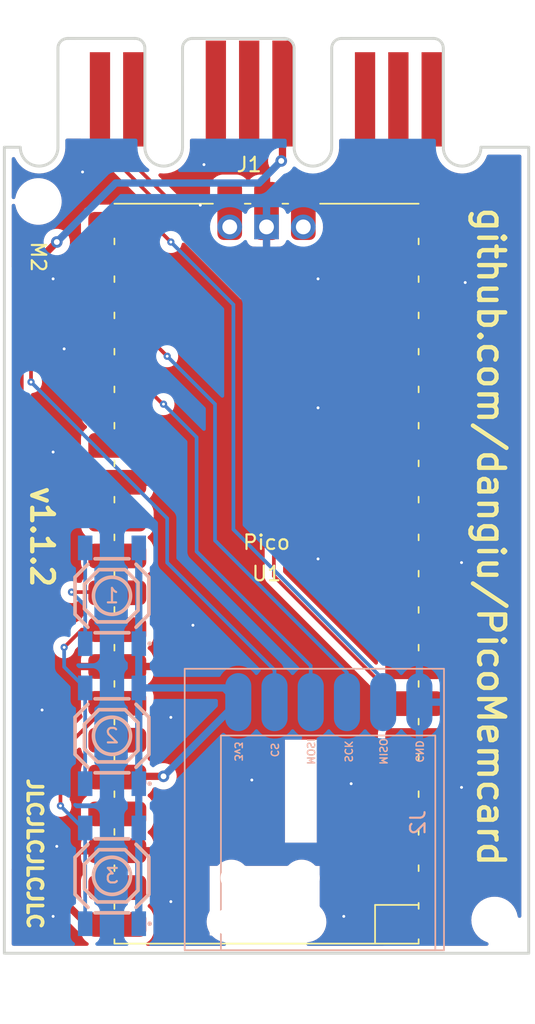
<source format=kicad_pcb>
(kicad_pcb (version 20211014) (generator pcbnew)
  (title_block (date "2022-10-03") (rev "1.1.2") (comment 1 "Fixed SD module not getting 3.3V") (comment 2 "Changed microSD module to small one"))
  (layers (0 "F.Cu" signal) (31 "B.Cu" signal) (34 "B.Paste" user) (35 "F.Paste" user) (36 "B.SilkS" user "B.Silkscreen") (37 "F.SilkS" user "F.Silkscreen") (38 "B.Mask" user) (39 "F.Mask" user) (44 "Edge.Cuts" user))
  (net 0 "")
  (net 1 "DAT")
  (net 2 "CMD")
  (net 4 "GND")
  (net 5 "+5V")
  (net 6 "SEL")
  (net 7 "CLK")
  (net 8 "ACK")
  (net 24 "+3V3")
  (net 25 "CS")
  (net 26 "MOSI")
  (net 32 "SCK")
  (net 33 "MISO")
  (net 34 "GP26")
  (net 35 "GP27")
  (net 36 "GP28")
  (footprint "MountingHole:MountingHole_2.2mm_M2_DIN965" (layer "F.Cu") (at 133.35 75.438)
    (fp_text reference "M2" (at 0 3.81 270 unlocked) (layer "F.SilkS"))
    (fp_text value "MountingHole" hide)
    (pad "" np_thru_hole circle (at 0 0) (size 2.2 2.2) (drill 2.2) (layers *.Cu *.Mask))
  )
  (footprint "MountingHole:MountingHole_2.2mm_M2_DIN965" (layer "F.Cu") (at 164.846 124.968)
    (fp_text reference "M2" hide)
    (fp_text value "MountingHole" hide)
    (pad "" np_thru_hole circle (at 0 0) (size 2.2 2.2) (drill 2.2) (layers *.Cu *.Mask))
  )
  (footprint "MCU_RaspberryPi_and_Boards:RPi_Pico_SMD_TH" (layer "F.Cu") (at 149.098 101.092 180)
    (fp_text reference "U1" (at 0 0) (layer "F.SilkS"))
    (fp_text value "Pico" (at 0 2.159) (layer "F.SilkS"))
    (fp_line (start -10.5 2.3) (end -10.5 2.7) (layer "F.SilkS") (width 0.12))
    (fp_line (start -10.5 17.6) (end -10.5 18) (layer "F.SilkS") (width 0.12))
    (fp_line (start 10.5 10) (end 10.5 10.4) (layer "F.SilkS") (width 0.12))
    (fp_line (start 10.5 17.6) (end 10.5 18) (layer "F.SilkS") (width 0.12))
    (fp_line (start -10.5 -23.1) (end -10.5 -22.7) (layer "F.SilkS") (width 0.12))
    (fp_line (start 10.5 12.5) (end 10.5 12.9) (layer "F.SilkS") (width 0.12))
    (fp_line (start -10.5 7.4) (end -10.5 7.8) (layer "F.SilkS") (width 0.12))
    (fp_line (start -10.5 22.7) (end -10.5 23.1) (layer "F.SilkS") (width 0.12))
    (fp_line (start -7.493 -22.833) (end -7.493 -25.5) (layer "F.SilkS") (width 0.12))
    (fp_line (start -10.5 -2.7) (end -10.5 -2.3) (layer "F.SilkS") (width 0.12))
    (fp_line (start -10.5 -22.833) (end -7.493 -22.833) (layer "F.SilkS") (width 0.12))
    (fp_line (start 10.5 -25.5) (end 10.5 -25.2) (layer "F.SilkS") (width 0.12))
    (fp_line (start -10.5 -18) (end -10.5 -17.6) (layer "F.SilkS") (width 0.12))
    (fp_line (start 10.5 -7.8) (end 10.5 -7.4) (layer "F.SilkS") (width 0.12))
    (fp_line (start 10.5 -0.2) (end 10.5 0.2) (layer "F.SilkS") (width 0.12))
    (fp_line (start 1.1 25.5) (end 1.5 25.5) (layer "F.SilkS") (width 0.12))
    (fp_line (start -10.5 -12.9) (end -10.5 -12.5) (layer "F.SilkS") (width 0.12))
    (fp_line (start -10.5 20.1) (end -10.5 20.5) (layer "F.SilkS") (width 0.12))
    (fp_line (start 10.5 -2.7) (end 10.5 -2.3) (layer "F.SilkS") (width 0.12))
    (fp_line (start -10.5 12.5) (end -10.5 12.9) (layer "F.SilkS") (width 0.12))
    (fp_line (start -10.5 10) (end -10.5 10.4) (layer "F.SilkS") (width 0.12))
    (fp_line (start 10.5 -20.5) (end 10.5 -20.1) (layer "F.SilkS") (width 0.12))
    (fp_line (start 10.5 2.3) (end 10.5 2.7) (layer "F.SilkS") (width 0.12))
    (fp_line (start -10.5 -5.3) (end -10.5 -4.9) (layer "F.SilkS") (width 0.12))
    (fp_line (start 10.5 -10.4) (end 10.5 -10) (layer "F.SilkS") (width 0.12))
    (fp_line (start 10.5 -23.1) (end 10.5 -22.7) (layer "F.SilkS") (width 0.12))
    (fp_line (start 10.5 7.4) (end 10.5 7.8) (layer "F.SilkS") (width 0.12))
    (fp_line (start -10.5 -10.4) (end -10.5 -10) (layer "F.SilkS") (width 0.12))
    (fp_line (start -10.5 -25.5) (end -10.5 -25.2) (layer "F.SilkS") (width 0.12))
    (fp_line (start 10.5 -15.4) (end 10.5 -15) (layer "F.SilkS") (width 0.12))
    (fp_line (start -10.5 -25.5) (end 10.5 -25.5) (layer "F.SilkS") (width 0.12))
    (fp_line (start 10.5 -5.3) (end 10.5 -4.9) (layer "F.SilkS") (width 0.12))
    (fp_line (start 10.5 25.5) (end 3.7 25.5) (layer "F.SilkS") (width 0.12))
    (fp_line (start 10.5 -12.9) (end 10.5 -12.5) (layer "F.SilkS") (width 0.12))
    (fp_line (start 10.5 15.1) (end 10.5 15.5) (layer "F.SilkS") (width 0.12))
    (fp_line (start -10.5 15.1) (end -10.5 15.5) (layer "F.SilkS") (width 0.12))
    (fp_line (start -10.5 -15.4) (end -10.5 -15) (layer "F.SilkS") (width 0.12))
    (fp_line (start -1.5 25.5) (end -1.1 25.5) (layer "F.SilkS") (width 0.12))
    (fp_line (start -10.5 -0.2) (end -10.5 0.2) (layer "F.SilkS") (width 0.12))
    (fp_line (start 10.5 22.7) (end 10.5 23.1) (layer "F.SilkS") (width 0.12))
    (fp_line (start 10.5 -18) (end 10.5 -17.6) (layer "F.SilkS") (width 0.12))
    (fp_line (start -3.7 25.5) (end -10.5 25.5) (layer "F.SilkS") (width 0.12))
    (fp_line (start -10.5 -20.5) (end -10.5 -20.1) (layer "F.SilkS") (width 0.12))
    (fp_line (start -10.5 -7.8) (end -10.5 -7.4) (layer "F.SilkS") (width 0.12))
    (fp_line (start 10.5 4.9) (end 10.5 5.3) (layer "F.SilkS") (width 0.12))
    (fp_line (start -10.5 4.9) (end -10.5 5.3) (layer "F.SilkS") (width 0.12))
    (fp_line (start 10.5 20.1) (end 10.5 20.5) (layer "F.SilkS") (width 0.12))
    (pad "" np_thru_hole oval (at 2.425 -20.97 180) (size 1.5 1.5) (drill 1.5) (layers *.Cu *.Mask))
    (pad "" np_thru_hole oval (at -2.725 -24 180) (size 1.8 1.8) (drill 1.8) (layers *.Cu *.Mask))
    (pad "" np_thru_hole oval (at -2.425 -20.97 180) (size 1.5 1.5) (drill 1.5) (layers *.Cu *.Mask))
    (pad "" np_thru_hole oval (at 2.725 -24 180) (size 1.8 1.8) (drill 1.8) (layers *.Cu *.Mask))
    (pad "1" smd roundrect (at -9.3 -24.2 180) (size 4 1.7) (drill (offset -0.9 0)) (layers "F.Cu" "F.Mask"))
    (pad "2" smd roundrect (at -9.3 -21.66 180) (size 4 1.7) (drill (offset -0.9 0)) (layers "F.Cu" "F.Mask"))
    (pad "3" smd roundrect (at -9.3 -19.12 180) (size 4 1.7) (drill (offset -0.9 0)) (layers "F.Cu" "F.Mask") (net 4 "GND"))
    (pad "4" smd roundrect (at -9.3 -16.58 180) (size 4 1.7) (drill (offset -0.9 0)) (layers "F.Cu" "F.Mask"))
    (pad "5" smd roundrect (at -9.3 -14.04 180) (size 4 1.7) (drill (offset -0.9 0)) (layers "F.Cu" "F.Mask"))
    (pad "6" smd roundrect (at -9.3 -11.5 180) (size 4 1.7) (drill (offset -0.9 0)) (layers "F.Cu" "F.Mask"))
    (pad "7" smd roundrect (at -9.3 -8.96 180) (size 4 1.7) (drill (offset -0.9 0)) (layers "F.Cu" "F.Mask") (net 1 "DAT"))
    (pad "8" smd roundrect (at -9.3 -6.42 180) (size 4 1.7) (drill (offset -0.9 0)) (layers "F.Cu" "F.Mask") (net 4 "GND"))
    (pad "9" smd roundrect (at -9.3 -3.88 180) (size 4 1.7) (drill (offset -0.9 0)) (layers "F.Cu" "F.Mask") (net 2 "CMD"))
    (pad "10" smd roundrect (at -9.3 -1.34 180) (size 4 1.7) (drill (offset -0.9 0)) (layers "F.Cu" "F.Mask") (net 6 "SEL"))
    (pad "11" smd roundrect (at -9.3 1.2 180) (size 4 1.7) (drill (offset -0.9 0)) (layers "F.Cu" "F.Mask") (net 7 "CLK"))
    (pad "12" smd roundrect (at -9.3 3.74 180) (size 4 1.7) (drill (offset -0.9 0)) (layers "F.Cu" "F.Mask") (net 8 "ACK"))
    (pad "13" smd roundrect (at -9.3 6.28 180) (size 4 1.7) (drill (offset -0.9 0)) (layers "F.Cu" "F.Mask") (net 4 "GND"))
    (pad "14" smd roundrect (at -9.3 8.82 180) (size 4 1.7) (drill (offset -0.9 0)) (layers "F.Cu" "F.Mask"))
    (pad "15" smd roundrect (at -9.3 11.36 180) (size 4 1.7) (drill (offset -0.9 0)) (layers "F.Cu" "F.Mask"))
    (pad "16" smd roundrect (at -9.3 13.9 180) (size 4 1.7) (drill (offset -0.9 0)) (layers "F.Cu" "F.Mask"))
    (pad "17" smd roundrect (at -9.3 16.44 180) (size 4 1.7) (drill (offset -0.9 0)) (layers "F.Cu" "F.Mask"))
    (pad "18" smd roundrect (at -9.3 18.98 180) (size 4 1.7) (drill (offset -0.9 0)) (layers "F.Cu" "F.Mask") (net 4 "GND"))
    (pad "19" smd roundrect (at -9.3 21.52 180) (size 4 1.7) (drill (offset -0.9 0)) (layers "F.Cu" "F.Mask"))
    (pad "20" smd roundrect (at -9.3 24.06 180) (size 4 1.7) (drill (offset -0.9 0)) (layers "F.Cu" "F.Mask"))
    (pad "21" smd roundrect (at 9.4 24.08 180) (size 4 1.7) (drill (offset 0.9 0)) (layers "F.Cu" "F.Mask") (net 33 "MISO"))
    (pad "22" smd roundrect (at 9.4 21.54 180) (size 4 1.7) (drill (offset 0.9 0)) (layers "F.Cu" "F.Mask") (net 25 "CS"))
    (pad "23" smd roundrect (at 9.4 19 180) (size 4 1.7) (drill (offset 0.9 0)) (layers "F.Cu" "F.Mask") (net 4 "GND"))
    (pad "24" smd roundrect (at 9.4 16.46 180) (size 4 1.7) (drill (offset 0.9 0)) (layers "F.Cu" "F.Mask") (net 32 "SCK"))
    (pad "25" smd roundrect (at 9.4 13.92 180) (size 4 1.7) (drill (offset 0.9 0)) (layers "F.Cu" "F.Mask") (net 26 "MOSI"))
    (pad "26" smd roundrect (at 9.4 11.38 180) (size 4 1.7) (drill (offset 0.9 0)) (layers "F.Cu" "F.Mask"))
    (pad "27" smd roundrect (at 9.4 8.84 180) (size 4 1.7) (drill (offset 0.9 0)) (layers "F.Cu" "F.Mask"))
    (pad "28" smd roundrect (at 9.4 6.3 180) (size 4 1.7) (drill (offset 0.9 0)) (layers "F.Cu" "F.Mask") (net 4 "GND"))
    (pad "29" smd roundrect (at 9.4 3.76 180) (size 4 1.7) (drill (offset 0.9 0)) (layers "F.Cu" "F.Mask"))
    (pad "30" smd roundrect (at 9.4 1.22 180) (size 4 1.7) (drill (offset 0.9 0)) (layers "F.Cu" "F.Mask"))
    (pad "31" smd roundrect (at 9.4 -1.32 180) (size 4 1.7) (drill (offset 0.9 0)) (layers "F.Cu" "F.Mask") (net 34 "GP26"))
    (pad "32" smd roundrect (at 9.4 -3.86 180) (size 4 1.7) (drill (offset 0.9 0)) (layers "F.Cu" "F.Mask") (net 35 "GP27"))
    (pad "33" smd roundrect (at 9.4 -6.4 180) (size 4 1.7) (drill (offset 0.9 0)) (layers "F.Cu" "F.Mask") (net 4 "GND"))
    (pad "34" smd roundrect (at 9.4 -8.94 180) (size 4 1.7) (drill (offset 0.9 0)) (layers "F.Cu" "F.Mask") (net 36 "GP28"))
    (pad "35" smd roundrect (at 9.4 -11.48 180) (size 4 1.7) (drill (offset 0.9 0)) (layers "F.Cu" "F.Mask"))
    (pad "36" smd roundrect (at 9.4 -14.02 180) (size 4 1.7) (drill (offset 0.9 0)) (layers "F.Cu" "F.Mask") (net 24 "+3V3"))
    (pad "37" smd roundrect (at 9.4 -16.56 180) (size 4 1.7) (drill (offset 0.9 0)) (layers "F.Cu" "F.Mask"))
    (pad "38" smd roundrect (at 9.4 -19.1 180) (size 4 1.7) (drill (offset 0.9 0)) (layers "F.Cu" "F.Mask") (net 4 "GND"))
    (pad "39" smd roundrect (at 9.4 -21.64 180) (size 4 1.7) (drill (offset 0.9 0)) (layers "F.Cu" "F.Mask"))
    (pad "40" smd roundrect (at 9.4 -24.18 180) (size 4 1.7) (drill (offset 0.9 0)) (layers "F.Cu" "F.Mask") (net 5 "+5V"))
    (pad "41" thru_hole oval (at -2.54 23.9 180) (size 1.7 1.7) (drill 1.02) (layers *.Cu *.Mask))
    (pad "41" smd roundrect (at -2.54 24.1 270) (size 4 1.7) (drill (offset -0.9 0)) (layers "F.Cu" "F.Mask"))
    (pad "42" thru_hole rect (at 0 23.9 180) (size 1.7 1.7) (drill 1.02) (layers *.Cu *.Mask) (net 4 "GND"))
    (pad "42" smd roundrect (at 0 24.1 270) (size 4 1.7) (drill (offset -0.9 0)) (layers "F.Cu" "F.Mask") (net 4 "GND"))
    (pad "43" thru_hole oval (at 2.54 23.9 180) (size 1.7 1.7) (drill 1.02) (layers *.Cu *.Mask))
    (pad "43" smd roundrect (at 2.54 24.1 270) (size 4 1.7) (drill (offset -0.9 0)) (layers "F.Cu" "F.Mask"))
  )
  (footprint "254:MemoryCardConnector" (layer "F.Cu") (at 147.9 68)
    (fp_text reference "J1" (at 0 4.9) (layer "F.SilkS"))
    (fp_text value "PSX Memory Card Interface")
    (pad "1" smd rect (at -10.3 0.4) (size 1.4 6.5) (layers "F.Cu" "F.Paste" "F.Mask") (net 1 "DAT"))
    (pad "2" smd rect (at -8 0.4) (size 1.4 6.5) (layers "F.Cu" "F.Paste" "F.Mask") (net 2 "CMD"))
    (pad "3" smd rect (at -2.3 0) (size 1.4 7.3) (layers "F.Cu" "F.Paste" "F.Mask"))
    (pad "4" smd rect (at 0 0) (size 1.4 7.3) (layers "F.Cu" "F.Paste" "F.Mask") (net 4 "GND"))
    (pad "5" smd rect (at 2.3 0) (size 1.4 7.3) (layers "F.Cu" "F.Paste" "F.Mask") (net 5 "+5V"))
    (pad "6" smd rect (at 8 0.4) (size 1.4 6.5) (layers "F.Cu" "F.Paste" "F.Mask") (net 6 "SEL"))
    (pad "7" smd rect (at 10.3 0.4) (size 1.4 6.5) (layers "F.Cu" "F.Paste" "F.Mask") (net 7 "CLK"))
    (pad "8" smd rect (at 12.6 0.4) (size 1.4 6.5) (layers "F.Cu" "F.Paste" "F.Mask") (net 8 "ACK"))
  )
  (footprint "254:MicroSD_SPI_small" (layer "B.Cu") (at 153.45 111.148 90)
    (fp_text reference "J2" (at -7.1 6.1 270) (layer "B.SilkS") (effects (justify mirror)))
    (fp_text value "microSD_SPI_small")
    (fp_text user "MISO" (at -2.2 3.7 270 unlocked) (layer "B.SilkS") (effects (font (size 0.5 0.5) (thickness 0.1)) (justify mirror)))
    (fp_text user "3v3" (at -2.2 -6.3 270 unlocked) (layer "B.SilkS") (effects (font (size 0.5 0.5) (thickness 0.1)) (justify mirror)))
    (fp_text user "SCK" (at -2.2 1.3 270 unlocked) (layer "B.SilkS") (effects (font (size 0.5 0.5) (thickness 0.1)) (justify mirror)))
    (fp_text user "CS" (at -2.1 -3.8 270 unlocked) (layer "B.SilkS") (effects (font (size 0.5 0.5) (thickness 0.1)) (justify mirror)))
    (fp_text user "GND" (at -2.2 6.2 270 unlocked) (layer "B.SilkS") (effects (font (size 0.5 0.5) (thickness 0.1)) (justify mirror)))
    (fp_text user "MOSI" (at -2.2 -1.3 270 unlocked) (layer "B.SilkS") (effects (font (size 0.5 0.5) (thickness 0.1)) (justify mirror)))
    (fp_line (start 3.5 -10) (end 3.5 7.9) (layer "B.SilkS") (width 0.12))
    (fp_line (start -15.9 7.9) (end -15.9 -10) (layer "B.SilkS") (width 0.12))
    (fp_line (start 3.5 -10) (end -15.9 -10) (layer "B.SilkS") (width 0.12))
    (fp_line (start -15.9 7.9) (end 3.5 7.9) (layer "B.SilkS") (width 0.12))
    (fp_rect (start -15.9 7.3) (end -1.1 -7.5) (layer "B.SilkS") (width 0.12) (fill none))
    (pad "1" smd oval (at 1.2 -6.3 90) (size 4 1.8) (layers "B.Cu" "B.Paste" "B.Mask") (net 24 "+3V3"))
    (pad "2" smd oval (at 1.2 -3.8 90) (size 4 1.8) (layers "B.Cu" "B.Paste" "B.Mask") (net 25 "CS"))
    (pad "3" smd oval (at 1.2 -1.3 90) (size 4 1.8) (layers "B.Cu" "B.Paste" "B.Mask") (net 26 "MOSI"))
    (pad "4" smd oval (at 1.2 1.2 90) (size 4 1.8) (layers "B.Cu" "B.Paste" "B.Mask") (net 32 "SCK"))
    (pad "5" smd oval (at 1.2 3.7 90) (size 4 1.8) (layers "B.Cu" "B.Paste" "B.Mask") (net 33 "MISO"))
    (pad "6" smd oval (at 1.2 6.2 90) (size 4 1.8) (layers "B.Cu" "B.Paste" "B.Mask") (net 4 "GND"))
  )
  (footprint "easyeda2kicad:SW-SMD_4P-L5.1-W5.1-P3.70-LS6.5-TL-2" (layer "B.Cu") (at 138.43 102.616 90)
    (fp_text reference "1" (at 0 0) (layer "B.SilkS") (effects (justify mirror)))
    (fp_text value "TS-1187A-B-A-B")
    (fp_line (start -2.55 1.17) (end -2.55 -1.17) (layer "B.SilkS") (width 0.25))
    (fp_line (start 2.17 -1.66) (end 1.28 -2.55) (layer "B.SilkS") (width 0.25))
    (fp_line (start -2.17 -1.66) (end -1.28 -2.55) (layer "B.SilkS") (width 0.25))
    (fp_line (start -1.28 2.55) (end -2.17 1.66) (layer "B.SilkS") (width 0.25))
    (fp_line (start 1.28 2.55) (end 2.17 1.66) (layer "B.SilkS") (width 0.25))
    (fp_line (start 1.8 -0.9) (end 0.8 -1.9) (layer "B.SilkS") (width 0.25))
    (fp_line (start 1.8 0.9) (end 1.8 -0.9) (layer "B.SilkS") (width 0.25))
    (fp_line (start -1 1.8) (end 0.9 1.8) (layer "B.SilkS") (width 0.25))
    (fp_line (start 0.9 1.8) (end 1.8 0.9) (layer "B.SilkS") (width 0.25))
    (fp_line (start -0.9 -1.9) (end -1.8 -1) (layer "B.SilkS") (width 0.25))
    (fp_line (start -1.8 1) (end -1 1.8) (layer "B.SilkS") (width 0.25))
    (fp_line (start -1.28 2.55) (end 1.28 2.55) (layer "B.SilkS") (width 0.25))
    (fp_line (start 0.8 -1.9) (end -0.9 -1.9) (layer "B.SilkS") (width 0.25))
    (fp_line (start 2.55 1.17) (end 2.55 -1.17) (layer "B.SilkS") (width 0.25))
    (fp_line (start -1.28 -2.55) (end 1.28 -2.55) (layer "B.SilkS") (width 0.25))
    (fp_line (start -1.8 -1) (end -1.8 1) (layer "B.SilkS") (width 0.25))
    (fp_circle (center -3.3 2.6) (end -3.2 2.6) (layer "B.SilkS") (width 0.12) (fill solid))
    (fp_circle (center 0 0) (end 1.28 0) (layer "B.SilkS") (width 0.25) (fill none))
    (pad "1" smd rect (at -3.3 1.85 90) (size 1.7 1) (layers "B.Cu" "B.Paste" "B.Mask") (net 24 "+3V3"))
    (pad "2" smd rect (at 3.3 1.85 90) (size 1.7 1) (layers "B.Cu" "B.Paste" "B.Mask") (net 24 "+3V3"))
    (pad "3" smd rect (at -3.3 -1.85 90) (size 1.7 1) (layers "B.Cu" "B.Paste" "B.Mask") (net 34 "GP26"))
    (pad "4" smd rect (at 3.3 -1.85 90) (size 1.7 1) (layers "B.Cu" "B.Paste" "B.Mask") (net 34 "GP26"))
  )
  (footprint "easyeda2kicad:SW-SMD_4P-L5.1-W5.1-P3.70-LS6.5-TL-2" (layer "B.Cu") (at 138.43 112.268 90)
    (fp_text reference "2" (at 0 0 180) (layer "B.SilkS") (effects (justify mirror)))
    (fp_text value "TS-1187A-B-A-B")
    (fp_line (start 1.8 -0.9) (end 0.8 -1.9) (layer "B.SilkS") (width 0.25))
    (fp_line (start -1.28 2.55) (end 1.28 2.55) (layer "B.SilkS") (width 0.25))
    (fp_line (start -1.8 1) (end -1 1.8) (layer "B.SilkS") (width 0.25))
    (fp_line (start -1.28 2.55) (end -2.17 1.66) (layer "B.SilkS") (width 0.25))
    (fp_line (start -1.8 -1) (end -1.8 1) (layer "B.SilkS") (width 0.25))
    (fp_line (start 2.55 1.17) (end 2.55 -1.17) (layer "B.SilkS") (width 0.25))
    (fp_line (start -2.17 -1.66) (end -1.28 -2.55) (layer "B.SilkS") (width 0.25))
    (fp_line (start -1 1.8) (end 0.9 1.8) (layer "B.SilkS") (width 0.25))
    (fp_line (start 1.8 0.9) (end 1.8 -0.9) (layer "B.SilkS") (width 0.25))
    (fp_line (start 2.17 -1.66) (end 1.28 -2.55) (layer "B.SilkS") (width 0.25))
    (fp_line (start -1.28 -2.55) (end 1.28 -2.55) (layer "B.SilkS") (width 0.25))
    (fp_line (start 0.9 1.8) (end 1.8 0.9) (layer "B.SilkS") (width 0.25))
    (fp_line (start -0.9 -1.9) (end -1.8 -1) (layer "B.SilkS") (width 0.25))
    (fp_line (start 0.8 -1.9) (end -0.9 -1.9) (layer "B.SilkS") (width 0.25))
    (fp_line (start 1.28 2.55) (end 2.17 1.66) (layer "B.SilkS") (width 0.25))
    (fp_line (start -2.55 1.17) (end -2.55 -1.17) (layer "B.SilkS") (width 0.25))
    (fp_circle (center 0 0) (end 1.28 0) (layer "B.SilkS") (width 0.25) (fill none))
    (fp_circle (center -3.3 2.6) (end -3.2 2.6) (layer "B.SilkS") (width 0.12) (fill solid))
    (pad "1" smd rect (at -3.3 1.85 90) (size 1.7 1) (layers "B.Cu" "B.Paste" "B.Mask") (net 24 "+3V3"))
    (pad "2" smd rect (at 3.3 1.85 90) (size 1.7 1) (layers "B.Cu" "B.Paste" "B.Mask") (net 24 "+3V3"))
    (pad "3" smd rect (at -3.3 -1.85 90) (size 1.7 1) (layers "B.Cu" "B.Paste" "B.Mask") (net 35 "GP27"))
    (pad "4" smd rect (at 3.3 -1.85 90) (size 1.7 1) (layers "B.Cu" "B.Paste" "B.Mask") (net 35 "GP27"))
  )
  (footprint "easyeda2kicad:SW-SMD_4P-L5.1-W5.1-P3.70-LS6.5-TL-2" (layer "B.Cu") (at 138.43 121.92 90)
    (fp_text reference "3" (at 0 0 180) (layer "B.SilkS") (effects (justify mirror)))
    (fp_text value "TS-1187A-B-A-B")
    (fp_line (start -1.8 -1) (end -1.8 1) (layer "B.SilkS") (width 0.25))
    (fp_line (start -1 1.8) (end 0.9 1.8) (layer "B.SilkS") (width 0.25))
    (fp_line (start -1.28 -2.55) (end 1.28 -2.55) (layer "B.SilkS") (width 0.25))
    (fp_line (start 2.17 -1.66) (end 1.28 -2.55) (layer "B.SilkS") (width 0.25))
    (fp_line (start -0.9 -1.9) (end -1.8 -1) (layer "B.SilkS") (width 0.25))
    (fp_line (start -1.28 2.55) (end -2.17 1.66) (layer "B.SilkS") (width 0.25))
    (fp_line (start -1.28 2.55) (end 1.28 2.55) (layer "B.SilkS") (width 0.25))
    (fp_line (start 2.55 1.17) (end 2.55 -1.17) (layer "B.SilkS") (width 0.25))
    (fp_line (start -1.8 1) (end -1 1.8) (layer "B.SilkS") (width 0.25))
    (fp_line (start 1.28 2.55) (end 2.17 1.66) (layer "B.SilkS") (width 0.25))
    (fp_line (start 1.8 0.9) (end 1.8 -0.9) (layer "B.SilkS") (width 0.25))
    (fp_line (start -2.17 -1.66) (end -1.28 -2.55) (layer "B.SilkS") (width 0.25))
    (fp_line (start 1.8 -0.9) (end 0.8 -1.9) (layer "B.SilkS") (width 0.25))
    (fp_line (start 0.8 -1.9) (end -0.9 -1.9) (layer "B.SilkS") (width 0.25))
    (fp_line (start -2.55 1.17) (end -2.55 -1.17) (layer "B.SilkS") (width 0.25))
    (fp_line (start 0.9 1.8) (end 1.8 0.9) (layer "B.SilkS") (width 0.25))
    (fp_circle (center 0 0) (end 1.28 0) (layer "B.SilkS") (width 0.25) (fill none))
    (fp_circle (center -3.3 2.6) (end -3.2 2.6) (layer "B.SilkS") (width 0.12) (fill solid))
    (pad "1" smd rect (at -3.3 1.85 90) (size 1.7 1) (layers "B.Cu" "B.Paste" "B.Mask") (net 24 "+3V3"))
    (pad "2" smd rect (at 3.3 1.85 90) (size 1.7 1) (layers "B.Cu" "B.Paste" "B.Mask") (net 24 "+3V3"))
    (pad "3" smd rect (at -3.3 -1.85 90) (size 1.7 1) (layers "B.Cu" "B.Paste" "B.Mask") (net 36 "GP28"))
    (pad "4" smd rect (at 3.3 -1.85 90) (size 1.7 1) (layers "B.Cu" "B.Paste" "B.Mask") (net 36 "GP28"))
  )
  (gr_line (start 161.300318 64.900622) (end 161.300318 71.700622) (layer "Edge.Cuts") (width 0.2))
  (gr_line (start 131 71.7) (end 130.998 127.254) (layer "Edge.Cuts") (width 0.2))
  (gr_arc (start 153.600318 71.700622) (mid 152.300318 73.000622) (end 151.000318 71.700622) (layer "Edge.Cuts") (width 0.2))
  (gr_arc (start 140.000725 64.199987) (mid 140.503753 64.3973) (end 140.700318 64.900622) (layer "Edge.Cuts") (width 0.2))
  (gr_arc (start 143.300318 71.700622) (mid 142.000318 73.000622) (end 140.700318 71.700622) (layer "Edge.Cuts") (width 0.2))
  (gr_line (start 167.2 71.7) (end 167.198 127.254) (layer "Edge.Cuts") (width 0.2))
  (gr_arc (start 153.599683 64.900216) (mid 153.796996 64.397187) (end 154.300318 64.200622) (layer "Edge.Cuts") (width 0.2))
  (gr_line (start 154.300318 64.200622) (end 160.600725 64.199987) (layer "Edge.Cuts") (width 0.2))
  (gr_line (start 130.998 127.254) (end 167.198 127.254) (layer "Edge.Cuts") (width 0.2))
  (gr_line (start 144.000318 64.200622) (end 150.300725 64.199987) (layer "Edge.Cuts") (width 0.2))
  (gr_arc (start 160.600725 64.199987) (mid 161.103753 64.3973) (end 161.300318 64.900622) (layer "Edge.Cuts") (width 0.2))
  (gr_arc (start 134.699683 64.900216) (mid 134.896996 64.397187) (end 135.400318 64.200622) (layer "Edge.Cuts") (width 0.2))
  (gr_arc (start 143.299683 64.900216) (mid 143.496996 64.397187) (end 144.000318 64.200622) (layer "Edge.Cuts") (width 0.2))
  (gr_line (start 163.900318 71.699784) (end 167.2 71.7) (layer "Edge.Cuts") (width 0.2))
  (gr_arc (start 150.300725 64.199987) (mid 150.803753 64.3973) (end 151.000318 64.900622) (layer "Edge.Cuts") (width 0.2))
  (gr_line (start 132.100318 71.700622) (end 131 71.7) (layer "Edge.Cuts") (width 0.2))
  (gr_line (start 134.700318 71.699784) (end 134.699683 64.900216) (layer "Edge.Cuts") (width 0.2))
  (gr_line (start 151.000318 64.900622) (end 151.000318 71.700622) (layer "Edge.Cuts") (width 0.2))
  (gr_line (start 135.400318 64.200622) (end 140.000725 64.199987) (layer "Edge.Cuts") (width 0.2))
  (gr_arc (start 163.900318 71.699784) (mid 162.600737 73.000203) (end 161.300318 71.700622) (layer "Edge.Cuts") (width 0.2))
  (gr_line (start 143.300318 71.700622) (end 143.299683 64.900216) (layer "Edge.Cuts") (width 0.2))
  (gr_line (start 140.700318 64.900622) (end 140.700318 71.700622) (layer "Edge.Cuts") (width 0.2))
  (gr_arc (start 134.700318 71.699784) (mid 133.400737 73.000203) (end 132.100318 71.700622) (layer "Edge.Cuts") (width 0.2))
  (gr_line (start 153.600318 71.700622) (end 153.599683 64.900216) (layer "Edge.Cuts") (width 0.2))
  (gr_text "github.com/dangiu/PicoMemcard" (at 164.592 98.552 270) (layer "F.SilkS") (effects (font (size 1.8 1.8) (thickness 0.3))))
  (gr_text "v1.1.2" (at 133.604 98.552 270) (layer "F.SilkS") (effects (font (size 1.5 1.5) (thickness 0.3))))
  (gr_text "JLCJLCJLCJLC" (at 133.096 120.396 270) (layer "F.SilkS") (effects (font (size 1 1) (thickness 0.25))))
  (segment (start 149.606 83.566) (end 149.606 101.26) (width 0.254) (layer "F.Cu") (net 1))
  (segment (start 137.6 68.4) (end 137.6 71.56) (width 0.254) (layer "F.Cu") (net 1))
  (segment (start 149.606 101.26) (end 158.398 110.052) (width 0.254) (layer "F.Cu") (net 1))
  (segment (start 137.6 71.56) (end 149.606 83.566) (width 0.254) (layer "F.Cu") (net 1))
  (segment (start 139.9 72.844) (end 155.44648 88.39048) (width 0.254) (layer "F.Cu") (net 2))
  (segment (start 139.9 68.4) (end 139.9 72.844) (width 0.254) (layer "F.Cu") (net 2))
  (segment (start 155.44648 102.02048) (end 158.398 104.972) (width 0.254) (layer "F.Cu") (net 2))
  (segment (start 155.44648 88.39048) (end 155.44648 102.02048) (width 0.254) (layer "F.Cu") (net 2))
  (via (at 154.94 115.57) (size 0.5) (drill 0.2) (layers "F.Cu" "B.Cu") (net 4))
  (via (at 152.654 80.772) (size 0.5) (drill 0.2) (layers "F.Cu" "B.Cu") (net 4))
  (via (at 152.654 89.662) (size 0.5) (drill 0.2) (layers "F.Cu" "B.Cu") (net 4))
  (via (at 144.78 72.898) (size 0.5) (drill 0.2) (layers "F.Cu" "B.Cu") (net 4))
  (via (at 154.432 124.714) (size 0.5) (drill 0.2) (layers "F.Cu" "B.Cu") (net 4))
  (via (at 162.56 100.33) (size 0.5) (drill 0.2) (layers "F.Cu" "B.Cu") (net 4))
  (via (at 148.082 115.316) (size 0.5) (drill 0.2) (layers "F.Cu" "B.Cu") (net 4))
  (via (at 136.398 73.406) (size 0.5) (drill 0.2) (layers "F.Cu" "B.Cu") (net 4))
  (via (at 162.56 115.824) (size 0.5) (drill 0.2) (layers "F.Cu" "B.Cu") (net 4))
  (via (at 134.366 92.71) (size 0.5) (drill 0.2) (layers "F.Cu" "B.Cu") (net 4))
  (via (at 134.366 80.772) (size 0.5) (drill 0.2) (layers "F.Cu" "B.Cu") (net 4))
  (via (at 135.128 85.598) (size 0.5) (drill 0.2) (layers "F.Cu" "B.Cu") (net 4))
  (via (at 162.814 81.026) (size 0.5) (drill 0.2) (layers "F.Cu" "B.Cu") (net 4))
  (via (at 142.494 110.998) (size 0.5) (drill 0.2) (layers "F.Cu" "B.Cu") (net 4))
  (via (at 133.604 110.49) (size 0.5) (drill 0.2) (layers "F.Cu" "B.Cu") (net 4))
  (via (at 152.654 100.076) (size 0.5) (drill 0.2) (layers "F.Cu" "B.Cu") (net 4))
  (via (at 134.366 124.714) (size 0.5) (drill 0.2) (layers "F.Cu" "B.Cu") (net 4))
  (via (at 142.494 123.698) (size 0.5) (drill 0.2) (layers "F.Cu" "B.Cu") (net 4))
  (via (at 144.526 75.692) (size 0.5) (drill 0.2) (layers "F.Cu" "B.Cu") (net 4))
  (via (at 134.62 119.888) (size 0.5) (drill 0.2) (layers "F.Cu" "B.Cu") (net 4))
  (via (at 144.018 104.648) (size 0.5) (drill 0.2) (layers "F.Cu" "B.Cu") (net 4))
  (segment (start 150.2 72.558) (end 150.114 72.644) (width 0.5) (layer "F.Cu") (net 5))
  (segment (start 134.62 78.232) (end 132.08 80.772) (width 0.5) (layer "F.Cu") (net 5))
  (segment (start 132.08 120.65) (end 136.702 125.272) (width 0.5) (layer "F.Cu") (net 5))
  (segment (start 132.08 80.772) (end 132.08 120.65) (width 0.5) (layer "F.Cu") (net 5))
  (segment (start 150.2 68) (end 150.2 72.558) (width 0.5) (layer "F.Cu") (net 5))
  (segment (start 136.702 125.272) (end 139.698 125.272) (width 0.5) (layer "F.Cu") (net 5))
  (via (at 134.62 78.232) (size 0.8) (drill 0.4) (layers "F.Cu" "B.Cu") (net 5))
  (via (at 150.114 72.644) (size 0.8) (drill 0.4) (layers "F.Cu" "B.Cu") (net 5))
  (segment (start 150.114 72.644) (end 148.59 74.168) (width 0.5) (layer "B.Cu") (net 5))
  (segment (start 148.59 74.168) (end 138.684 74.168) (width 0.5) (layer "B.Cu") (net 5))
  (segment (start 138.684 74.168) (end 134.62 78.232) (width 0.5) (layer "B.Cu") (net 5))
  (segment (start 155.9 99.934) (end 158.398 102.432) (width 0.254) (layer "F.Cu") (net 6))
  (segment (start 155.9 68.4) (end 155.9 99.934) (width 0.254) (layer "F.Cu") (net 6))
  (segment (start 156.51796 72.63204) (end 156.51796 98.01196) (width 0.254) (layer "F.Cu") (net 7))
  (segment (start 158.2 70.95) (end 156.51796 72.63204) (width 0.254) (layer "F.Cu") (net 7))
  (segment (start 158.2 68.4) (end 158.2 70.95) (width 0.254) (layer "F.Cu") (net 7))
  (segment (start 156.51796 98.01196) (end 158.398 99.892) (width 0.254) (layer "F.Cu") (net 7))
  (segment (start 160.5 72.672) (end 156.97148 76.20052) (width 0.254) (layer "F.Cu") (net 8))
  (segment (start 156.97148 76.20052) (end 156.97148 95.92548) (width 0.254) (layer "F.Cu") (net 8))
  (segment (start 160.5 68.4) (end 160.5 72.672) (width 0.254) (layer "F.Cu") (net 8))
  (segment (start 156.97148 95.92548) (end 158.398 97.352) (width 0.254) (layer "F.Cu") (net 8))
  (segment (start 139.748 115.062) (end 139.698 115.112) (width 0.5) (layer "F.Cu") (net 24))
  (segment (start 141.986 115.062) (end 139.748 115.062) (width 0.5) (layer "F.Cu") (net 24))
  (via (at 141.986 115.062) (size 0.8) (drill 0.4) (layers "F.Cu" "B.Cu") (net 24))
  (segment (start 147.15 109.948) (end 147.1 109.948) (width 0.5) (layer "B.Cu") (net 24))
  (segment (start 140.28 108.968) (end 140.28 115.568) (width 0.5) (layer "B.Cu") (net 24))
  (segment (start 140.28 118.62) (end 140.28 115.568) (width 0.5) (layer "B.Cu") (net 24))
  (segment (start 140.28 99.316) (end 140.28 105.916) (width 0.5) (layer "B.Cu") (net 24))
  (segment (start 140.28 108.968) (end 140.28 105.916) (width 0.5) (layer "B.Cu") (net 24))
  (segment (start 146.17 108.968) (end 147.15 109.948) (width 0.5) (layer "B.Cu") (net 24))
  (segment (start 140.28 108.968) (end 146.17 108.968) (width 0.5) (layer "B.Cu") (net 24))
  (segment (start 147.1 109.948) (end 141.986 115.062) (width 0.5) (layer "B.Cu") (net 24))
  (segment (start 140.28 125.22) (end 140.28 118.62) (width 0.5) (layer "B.Cu") (net 24))
  (segment (start 132.842 84.985191) (end 138.275191 79.552) (width 0.254) (layer "F.Cu") (net 25))
  (segment (start 132.842 87.884) (end 132.842 84.985191) (width 0.254) (layer "F.Cu") (net 25))
  (segment (start 138.275191 79.552) (end 139.698 79.552) (width 0.254) (layer "F.Cu") (net 25))
  (via (at 132.842 87.884) (size 0.5) (drill 0.2) (layers "F.Cu" "B.Cu") (net 25))
  (segment (start 142.24 97.282) (end 132.842 87.884) (width 0.254) (layer "B.Cu") (net 25))
  (segment (start 142.24 100.33) (end 142.24 97.282) (width 0.254) (layer "B.Cu") (net 25))
  (segment (start 149.65 107.74) (end 142.24 100.33) (width 0.254) (layer "B.Cu") (net 25))
  (segment (start 149.65 109.948) (end 149.65 107.74) (width 0.254) (layer "B.Cu") (net 25))
  (segment (start 141.986 89.408) (end 141.934 89.408) (width 0.254) (layer "F.Cu") (net 26))
  (segment (start 141.934 89.408) (end 139.698 87.172) (width 0.254) (layer "F.Cu") (net 26))
  (via (at 141.986 89.408) (size 0.5) (drill 0.2) (layers "F.Cu" "B.Cu") (net 26))
  (segment (start 144.272 99.568) (end 144.272 91.694) (width 0.254) (layer "B.Cu") (net 26))
  (segment (start 152.15 109.948) (end 152.15 107.446) (width 0.254) (layer "B.Cu") (net 26))
  (segment (start 152.15 107.446) (end 144.272 99.568) (width 0.254) (layer "B.Cu") (net 26))
  (segment (start 144.272 91.694) (end 141.986 89.408) (width 0.254) (layer "B.Cu") (net 26))
  (segment (start 140.766 84.632) (end 139.698 84.632) (width 0.254) (layer "F.Cu") (net 32))
  (segment (start 142.24 86.106) (end 140.766 84.632) (width 0.254) (layer "F.Cu") (net 32))
  (via (at 142.24 86.106) (size 0.5) (drill 0.2) (layers "F.Cu" "B.Cu") (net 32))
  (segment (start 145.542 89.408) (end 142.24 86.106) (width 0.254) (layer "B.Cu") (net 32))
  (segment (start 154.65 107.914) (end 147.066 100.33) (width 0.254) (layer "B.Cu") (net 32))
  (segment (start 145.542 89.662) (end 145.542 89.408) (width 0.254) (layer "B.Cu") (net 32))
  (segment (start 154.65 109.948) (end 154.65 107.914) (width 0.254) (layer "B.Cu") (net 32))
  (segment (start 145.542 98.806) (end 145.542 89.662) (width 0.254) (layer "B.Cu") (net 32))
  (segment (start 147.066 100.33) (end 145.542 98.806) (width 0.254) (layer "B.Cu") (net 32))
  (segment (start 141.274 77.012) (end 139.698 77.012) (width 0.254) (layer "F.Cu") (net 33))
  (segment (start 142.494 78.232) (end 141.274 77.012) (width 0.254) (layer "F.Cu") (net 33))
  (via (at 142.494 78.232) (size 0.5) (drill 0.2) (layers "F.Cu" "B.Cu") (net 33))
  (segment (start 146.812 82.55) (end 142.494 78.232) (width 0.254) (layer "B.Cu") (net 33))
  (segment (start 146.812 83.312) (end 146.812 82.55) (width 0.254) (layer "B.Cu") (net 33))
  (segment (start 147.066 98.298) (end 146.812 98.044) (width 0.254) (layer "B.Cu") (net 33))
  (segment (start 157.15 108.382) (end 147.066 98.298) (width 0.254) (layer "B.Cu") (net 33))
  (segment (start 157.15 109.948) (end 157.15 108.382) (width 0.254) (layer "B.Cu") (net 33))
  (segment (start 146.812 98.044) (end 146.812 83.312) (width 0.254) (layer "B.Cu") (net 33))
  (segment (start 139.648 102.362) (end 139.698 102.412) (width 0.254) (layer "F.Cu") (net 34))
  (segment (start 135.636 102.362) (end 139.648 102.362) (width 0.254) (layer "F.Cu") (net 34))
  (via (at 135.636 102.362) (size 0.5) (drill 0.2) (layers "F.Cu" "B.Cu") (net 34))
  (segment (start 136.58 105.916) (end 136.58 99.316) (width 0.254) (layer "B.Cu") (net 34))
  (segment (start 136.58 105.916) (end 136.58 103.306) (width 0.254) (layer "B.Cu") (net 34))
  (segment (start 136.58 103.306) (end 135.636 102.362) (width 0.254) (layer "B.Cu") (net 34))
  (segment (start 135.128 106.172) (end 136.348 104.952) (width 0.254) (layer "F.Cu") (net 35))
  (segment (start 136.348 104.952) (end 139.698 104.952) (width 0.254) (layer "F.Cu") (net 35))
  (via (at 135.128 106.172) (size 0.5) (drill 0.2) (layers "F.Cu" "B.Cu") (net 35))
  (segment (start 136.58 115.568) (end 136.58 108.968) (width 0.254) (layer "B.Cu") (net 35))
  (segment (start 136.58 108.968) (end 135.128 107.516) (width 0.254) (layer "B.Cu") (net 35))
  (segment (start 135.128 107.516) (end 135.128 106.172) (width 0.254) (layer "B.Cu") (net 35))
  (segment (start 138.275191 110.032) (end 139.698 110.032) (width 0.254) (layer "F.Cu") (net 36))
  (segment (start 134.874 117.094) (end 134.874 113.433191) (width 0.254) (layer "F.Cu") (net 36))
  (segment (start 134.874 113.433191) (end 138.275191 110.032) (width 0.254) (layer "F.Cu") (net 36))
  (via (at 134.874 117.094) (size 0.5) (drill 0.2) (layers "F.Cu" "B.Cu") (net 36))
  (segment (start 136.4 118.62) (end 134.874 117.094) (width 0.254) (layer "B.Cu") (net 36))
  (segment (start 136.58 118.62) (end 136.4 118.62) (width 0.254) (layer "B.Cu") (net 36))
  (segment (start 136.58 125.22) (end 136.58 118.62) (width 0.254) (layer "B.Cu") (net 36))
  (zone (net 4) (net_name "GND") (layers F&B.Cu) (connect_pads (clearance 0.508)) (min_thickness 0.254) (fill yes (thermal_gap 0.508) (thermal_bridge_width 0.508))
    (polygon (pts (xy 167.64 127.508) (xy 130.7 127.508) (xy 130.9 71.1) (xy 167.64 71.12)))
  )
  (zone (net 0) (net_name "") (layers F&B.Cu) (connect_pads (clearance 0)) (min_thickness 0.254)
    (keepout (tracks not_allowed) (vias not_allowed) (pads allowed) (copperpour not_allowed) (footprints allowed))
    (fill (thermal_gap 0.508) (thermal_bridge_width 0.508))
    (polygon (pts (xy 152.768 126.034) (xy 145.168 126.034) (xy 145.168 121.234) (xy 152.768 121.234)))
  )
  (zone (net 0) (net_name "") (layers F&B.Cu) (connect_pads (clearance 0)) (min_thickness 0.254)
    (keepout (tracks not_allowed) (vias not_allowed) (pads not_allowed) (copperpour not_allowed) (footprints allowed))
    (fill (thermal_gap 0.508) (thermal_bridge_width 0.508))
    (polygon (pts (xy 152.568 119.634) (xy 150.368 119.634) (xy 150.368 112.534) (xy 152.568 112.534)))
  )
)
</source>
